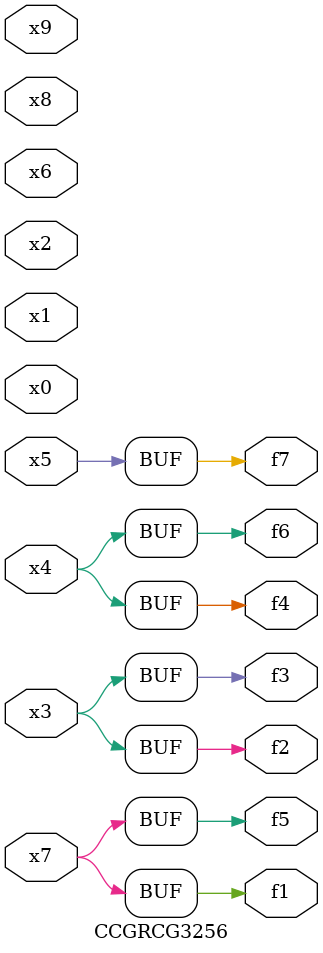
<source format=v>
module CCGRCG3256(
	input x0, x1, x2, x3, x4, x5, x6, x7, x8, x9,
	output f1, f2, f3, f4, f5, f6, f7
);
	assign f1 = x7;
	assign f2 = x3;
	assign f3 = x3;
	assign f4 = x4;
	assign f5 = x7;
	assign f6 = x4;
	assign f7 = x5;
endmodule

</source>
